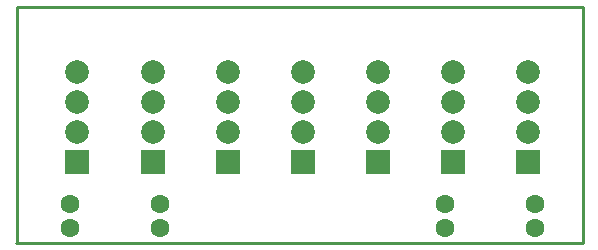
<source format=gts>
%FSTAX23Y23*%
%MOIN*%
%SFA1B1*%

%IPPOS*%
%ADD11C,0.010000*%
%ADD12C,0.078870*%
%ADD13R,0.078870X0.078870*%
%ADD14C,0.063120*%
%LNpcb_sensores-1*%
%LPD*%
G54D11*
X03621Y03919D02*
Y047D01*
X03618Y03916D02*
X03621Y03919D01*
X03618Y03916D02*
X05508D01*
Y047*
X03621D02*
X05508D01*
G54D12*
X05075Y04485D03*
Y04385D03*
Y04285D03*
X04825Y04485D03*
Y04385D03*
Y04285D03*
X04575Y04485D03*
Y04385D03*
Y04285D03*
X04325Y04485D03*
Y04385D03*
Y04285D03*
X04075Y04485D03*
Y04385D03*
Y04285D03*
X05326Y04485D03*
Y04385D03*
Y04285D03*
X03823Y04485D03*
Y04385D03*
Y04285D03*
G54D13*
X05075Y04185D03*
X04825D03*
X04575D03*
X04325D03*
X04075D03*
X05326D03*
X03823D03*
G54D14*
X05048Y04045D03*
X05348D03*
X041D03*
X038D03*
X0505Y03966D03*
X0535D03*
X041Y03965D03*
X038D03*
M02*
</source>
